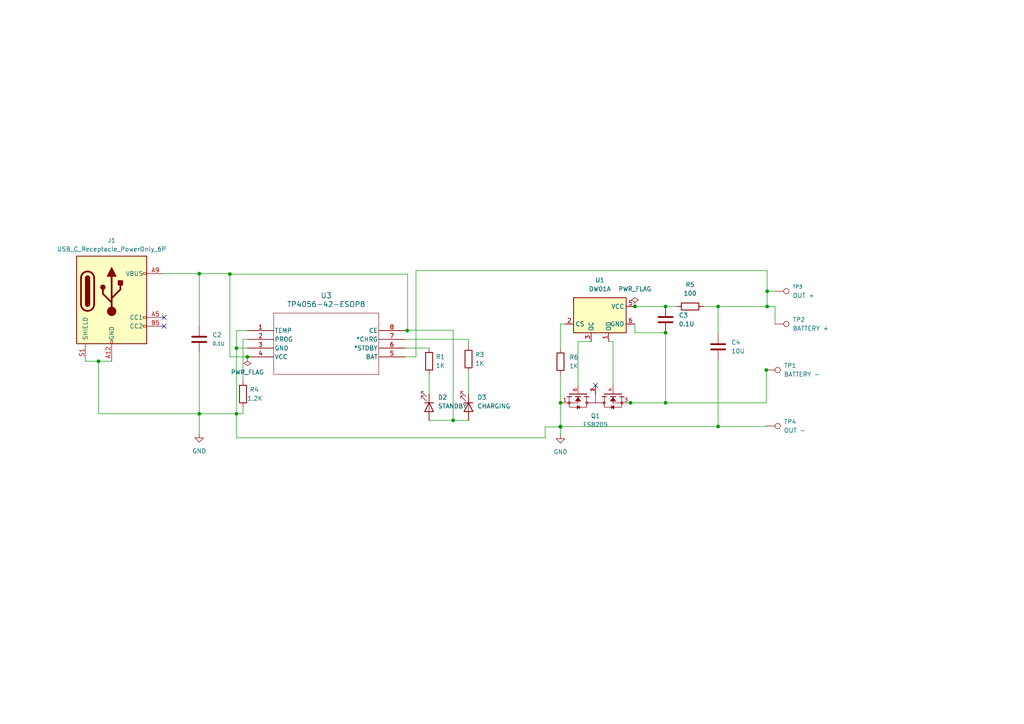
<source format=kicad_sch>
(kicad_sch (version 20231120) (generator "eeschema") (generator_version "8.0")
  (paper "A4")
  (lib_symbols
    (symbol "Battery_Management:DW01A"
      (property "Reference" "U1" (at 0 10.16 0))
      (property "Value" "DW01A" (at 0 7.62 0))
      (symbol "DW01A_0_1"
        (pin output line (at -2.54 -7.62 90) (length 2.54) (name "OD") (number "1"))
        (pin input line (at 10.16 -2.54 180) (length 2.54) (name "CS") (number "2"))
        (pin output line (at 2.54 -7.62 90) (length 2.54) (name "OC") (number "3"))
        (pin power_in line (at -10.16 2.54 0) (length 2.54) (name "VCC") (number "5"))
      )
      (symbol "DW01A_1_1"
        (rectangle (start -7.62 5.08) (end 7.62 -5.08) (stroke (width 0.254)) (fill (type background)))
        (pin no_connect line (at 10.16 2.54 180) (length 2.54) hide (name "TD") (number "4"))
        (pin power_out line (at -10.16 -2.54 0) (length 2.54) (name "GND") (number "6"))
      )
    )
    (symbol "Connector:TestPoint" (pin_numbers hide) (pin_names (offset 0.762) hide)
      (property "Reference" "TP" (at 0 6.858 0))
      (property "Value" "TestPoint" (at 0 5.08 0))
      (symbol "TestPoint_0_1"
        (circle (center 0 3.302) (radius 0.762))
      )
      (symbol "TestPoint_1_1"
        (pin passive line (at 0 0 90) (length 2.54) (name "1") (number "1"))
      )
    )
    (symbol "Connector:USB_C_Receptacle_PowerOnly_6P" (pin_names (offset 1.016))
      (property "Reference" "J" (at 0 16.51 0))
      (property "Value" "USB_C_Receptacle_PowerOnly_6P" (at 0 13.97 0))
      (symbol "USB_C_Receptacle_PowerOnly_6P_0_0"
        (rectangle (start -0.254 -12.7) (end 0.254 -11.684))
        (rectangle (start 10.16 -7.366) (end 9.144 -7.874))
        (rectangle (start 10.16 -4.826) (end 9.144 -5.334))
        (rectangle (start 10.16 7.874) (end 9.144 7.366))
      )
      (symbol "USB_C_Receptacle_PowerOnly_6P_0_1"
        (rectangle (start -10.16 12.7) (end 10.16 -12.7) (stroke (width 0.254)) (fill (type background)))
        (arc (start -8.89 -1.27) (mid -6.985 -3.1667) (end -5.08 -1.27) (stroke (width 0.508)))
        (arc (start -7.62 -1.27) (mid -6.985 -1.9023) (end -6.35 -1.27) (stroke (width 0.254)))
        (arc (start -7.62 -1.27) (mid -6.985 -1.9023) (end -6.35 -1.27) (stroke (width 0.254)) (fill (type outline)))
        (rectangle (start -7.62 -1.27) (end -6.35 6.35) (stroke (width 0.254)) (fill (type outline)))
        (arc (start -6.35 6.35) (mid -6.985 6.9823) (end -7.62 6.35) (stroke (width 0.254)))
        (arc (start -6.35 6.35) (mid -6.985 6.9823) (end -7.62 6.35) (stroke (width 0.254)) (fill (type outline)))
        (arc (start -5.08 6.35) (mid -6.985 8.2467) (end -8.89 6.35) (stroke (width 0.508)))
        (circle (center -2.54 3.683) (radius 0.635) (stroke (width 0.254)) (fill (type outline)))
        (circle (center 0 -3.302) (radius 1.27) (fill (type outline)))
        (polyline (pts (xy -8.89 -1.27) (xy -8.89 6.35)) (stroke (width 0.508)))
        (polyline (pts (xy -5.08 6.35) (xy -5.08 -1.27)) (stroke (width 0.508)))
        (polyline (pts (xy 0 -3.302) (xy 0 6.858)) (stroke (width 0.508)))
        (polyline (pts (xy 0 -0.762) (xy -2.54 1.778) (xy -2.54 3.048)) (stroke (width 0.508)))
        (polyline (pts (xy 0 0.508) (xy 2.54 3.048) (xy 2.54 4.318)) (stroke (width 0.508)))
        (polyline (pts (xy -1.27 6.858) (xy 0 9.398) (xy 1.27 6.858) (xy -1.27 6.858)) (stroke (width 0.254)) (fill (type outline)))
        (rectangle (start 1.905 4.318) (end 3.175 5.588) (stroke (width 0.254)) (fill (type outline)))
      )
      (symbol "USB_C_Receptacle_PowerOnly_6P_1_1"
        (pin passive line (at 0 -17.78 90) (length 5.08) (name "GND") (number "A12"))
        (pin bidirectional line (at 15.24 -5.08 180) (length 5.08) (name "CC1") (number "A5"))
        (pin passive line (at 15.24 7.62 180) (length 5.08) (name "VBUS") (number "A9"))
        (pin passive line (at 0 -17.78 90) (length 5.08) hide (name "GND") (number "B12"))
        (pin bidirectional line (at 15.24 -7.62 180) (length 5.08) (name "CC2") (number "B5"))
        (pin passive line (at 15.24 7.62 180) (length 5.08) hide (name "VBUS") (number "B9"))
        (pin passive line (at -7.62 -17.78 90) (length 5.08) (name "SHIELD") (number "S1"))
      )
    )
    (symbol "Device:C" (pin_numbers hide) (pin_names (offset 0.254))
      (property "Reference" "C" (at 0.635 2.54 0))
      (property "Value" "C" (at 0.635 -2.54 0))
      (symbol "C_0_1"
        (polyline (pts (xy -2.032 -0.762) (xy 2.032 -0.762)) (stroke (width 0.508)))
        (polyline (pts (xy -2.032 0.762) (xy 2.032 0.762)) (stroke (width 0.508)))
      )
      (symbol "C_1_1"
        (pin passive line (at 0 3.81 270) (length 2.794) (name "~") (number "1"))
        (pin passive line (at 0 -3.81 90) (length 2.794) (name "~") (number "2"))
      )
    )
    (symbol "Device:LED" (pin_numbers hide) (pin_names (offset 1.016) hide)
      (property "Reference" "D" (at 0 2.54 0))
      (property "Value" "LED" (at 0 -2.54 0))
      (symbol "LED_0_1"
        (polyline (pts (xy -1.27 -1.27) (xy -1.27 1.27)) (stroke (width 0.254)))
        (polyline (pts (xy -1.27 0) (xy 1.27 0)))
        (polyline (pts (xy 1.27 -1.27) (xy 1.27 1.27) (xy -1.27 0) (xy 1.27 -1.27)) (stroke (width 0.254)))
        (polyline (pts (xy -3.048 -0.762) (xy -4.572 -2.286) (xy -3.81 -2.286) (xy -4.572 -2.286) (xy -4.572 -1.524)))
        (polyline (pts (xy -1.778 -0.762) (xy -3.302 -2.286) (xy -2.54 -2.286) (xy -3.302 -2.286) (xy -3.302 -1.524)))
      )
      (symbol "LED_1_1"
        (pin passive line (at -3.81 0 0) (length 2.54) (name "K") (number "1"))
        (pin passive line (at 3.81 0 180) (length 2.54) (name "A") (number "2"))
      )
    )
    (symbol "Device:R" (pin_numbers hide) (pin_names (offset 0))
      (property "Reference" "R" (at 2.032 0 90))
      (property "Value" "R" (at 0 0 90))
      (symbol "R_0_1"
        (rectangle (start -1.016 -2.54) (end 1.016 2.54) (stroke (width 0.254)))
      )
      (symbol "R_1_1"
        (pin passive line (at 0 3.81 270) (length 1.27) (name "~") (number "1"))
        (pin passive line (at 0 -3.81 90) (length 1.27) (name "~") (number "2"))
      )
    )
    (symbol "FS8205A:FS8205" (pin_names (offset 1.016))
      (property "Reference" "Q" (at 2.54 2.286 0))
      (property "Value" "FS8205" (at 2.54 -2.032 0))
      (symbol "FS8205_0_0"
        (circle (center 0 -7.62) (radius 0.3592))
        (circle (center 0 -2.54) (radius 0.3592))
        (polyline (pts (xy -2.54 -2.54) (xy -2.54 -7.62)) (stroke (width 0.254)))
        (polyline (pts (xy -2.54 0) (xy 0 0)) (stroke (width 0.1524)))
        (polyline (pts (xy -2.54 2.54) (xy -2.54 7.62)) (stroke (width 0.254)))
        (polyline (pts (xy -1.778 -7.62) (xy -1.778 -8.255)) (stroke (width 0.254)))
        (polyline (pts (xy -1.778 -6.985) (xy -1.778 -7.62)) (stroke (width 0.254)))
        (polyline (pts (xy -1.778 -5.08) (xy -1.778 -5.842)) (stroke (width 0.254)))
        (polyline (pts (xy -1.778 -5.08) (xy 0 -5.08)) (stroke (width 0.1524)))
        (polyline (pts (xy -1.778 -4.318) (xy -1.778 -5.08)) (stroke (width 0.254)))
        (polyline (pts (xy -1.778 -2.54) (xy -1.778 -3.175)) (stroke (width 0.254)))
        (polyline (pts (xy -1.778 -2.54) (xy 0 -2.54)) (stroke (width 0.1524)))
        (polyline (pts (xy -1.778 -1.905) (xy -1.778 -2.54)) (stroke (width 0.254)))
        (polyline (pts (xy -1.778 1.905) (xy -1.778 2.54)) (stroke (width 0.254)))
        (polyline (pts (xy -1.778 2.54) (xy -1.778 3.175)) (stroke (width 0.254)))
        (polyline (pts (xy -1.778 2.54) (xy 0 2.54)) (stroke (width 0.1524)))
        (polyline (pts (xy -1.778 4.318) (xy -1.778 5.08)) (stroke (width 0.254)))
        (polyline (pts (xy -1.778 5.08) (xy -1.778 5.842)) (stroke (width 0.254)))
        (polyline (pts (xy -1.778 5.08) (xy 0 5.08)) (stroke (width 0.1524)))
        (polyline (pts (xy -1.778 6.985) (xy -1.778 7.62)) (stroke (width 0.254)))
        (polyline (pts (xy -1.778 7.62) (xy -1.778 8.255)) (stroke (width 0.254)))
        (polyline (pts (xy 0 -7.62) (xy -1.778 -7.62)) (stroke (width 0.1524)))
        (polyline (pts (xy 0 -7.62) (xy 1.27 -7.62)) (stroke (width 0.1524)))
        (polyline (pts (xy 0 -5.08) (xy 0 -7.62)) (stroke (width 0.1524)))
        (polyline (pts (xy 0 -2.54) (xy 1.27 -2.54)) (stroke (width 0.1524)))
        (polyline (pts (xy 0 0) (xy 0 -2.54)) (stroke (width 0.1778)))
        (polyline (pts (xy 0 2.54) (xy 0 0)) (stroke (width 0.1778)))
        (polyline (pts (xy 0 2.54) (xy 1.27 2.54)) (stroke (width 0.1524)))
        (polyline (pts (xy 0 5.08) (xy 0 7.62)) (stroke (width 0.1524)))
        (polyline (pts (xy 0 7.62) (xy -1.778 7.62)) (stroke (width 0.1524)))
        (polyline (pts (xy 0 7.62) (xy 1.27 7.62)) (stroke (width 0.1524)))
        (polyline (pts (xy 1.27 -4.572) (xy 0.762 -4.572)) (stroke (width 0.1524)))
        (polyline (pts (xy 1.27 -4.572) (xy 1.27 -7.62)) (stroke (width 0.1524)))
        (polyline (pts (xy 1.27 -2.54) (xy 1.27 -4.572)) (stroke (width 0.1524)))
        (polyline (pts (xy 1.27 2.54) (xy 1.27 4.572)) (stroke (width 0.1524)))
        (polyline (pts (xy 1.27 4.572) (xy 0.762 4.572)) (stroke (width 0.1524)))
        (polyline (pts (xy 1.27 4.572) (xy 1.27 7.62)) (stroke (width 0.1524)))
        (polyline (pts (xy 1.778 -4.572) (xy 1.27 -4.572)) (stroke (width 0.1524)))
        (polyline (pts (xy 1.778 4.572) (xy 1.27 4.572)) (stroke (width 0.1524)))
        (polyline (pts (xy -1.524 -5.08) (xy -0.508 -4.318) (xy -0.508 -5.842) (xy -1.524 -5.08)) (stroke (width 0.1524)) (fill (type outline)))
        (polyline (pts (xy -1.524 5.08) (xy -0.508 4.318) (xy -0.508 5.842) (xy -1.524 5.08)) (stroke (width 0.1524)) (fill (type outline)))
        (polyline (pts (xy 1.27 -4.572) (xy 0.762 -5.334) (xy 1.778 -5.334) (xy 1.27 -4.572)) (stroke (width 0.1524)) (fill (type outline)))
        (polyline (pts (xy 1.27 4.572) (xy 0.762 5.334) (xy 1.778 5.334) (xy 1.27 4.572)) (stroke (width 0.1524)) (fill (type outline)))
        (circle (center 0 2.54) (radius 0.3592))
        (circle (center 0 7.62) (radius 0.3592))
        (pin passive line (at 0 -10.16 90) (length 2.54) (name "~") (number "1"))
        (pin passive line (at -5.08 0 0) (length 2.54) (name "~") (number "2"))
        (pin passive line (at 0 10.16 270) (length 2.54) (name "~") (number "3"))
        (pin passive line (at -5.08 5.08 0) (length 2.54) (name "~") (number "4"))
        (pin passive line (at -5.08 0 0) (length 2.54) (name "~") (number "5"))
        (pin passive line (at -5.08 -5.08 0) (length 2.54) (name "~") (number "6"))
      )
    )
    (symbol "TP4056:TP4056-42-ESOP8" (pin_names (offset 0.254))
      (property "Reference" "U" (at 22.86 10.16 0))
      (property "Value" "TP4056-42-ESOP8" (at 22.86 7.62 0))
      (symbol "TP4056-42-ESOP8_0_1"
        (polyline (pts (xy 7.62 -12.7) (xy 38.1 -12.7)) (stroke (width 0.127)))
        (polyline (pts (xy 7.62 5.08) (xy 7.62 -12.7)) (stroke (width 0.127)))
        (polyline (pts (xy 38.1 -12.7) (xy 38.1 5.08)) (stroke (width 0.127)))
        (polyline (pts (xy 38.1 5.08) (xy 7.62 5.08)) (stroke (width 0.127)))
        (pin unspecified line (at 0 0 0) (length 7.62) (name "TEMP") (number "1"))
        (pin unspecified line (at 0 -2.54 0) (length 7.62) (name "PROG") (number "2"))
        (pin power_out line (at 0 -5.08 0) (length 7.62) (name "GND") (number "3"))
        (pin power_in line (at 0 -7.62 0) (length 7.62) (name "VCC") (number "4"))
        (pin unspecified line (at 45.72 -7.62 180) (length 7.62) (name "BAT") (number "5"))
        (pin unspecified line (at 45.72 -5.08 180) (length 7.62) (name "*STDBY") (number "6"))
        (pin unspecified line (at 45.72 -2.54 180) (length 7.62) (name "*CHRG") (number "7"))
        (pin unspecified line (at 45.72 0 180) (length 7.62) (name "CE") (number "8"))
      )
    )
    (symbol "power:GND" (power) (pin_numbers hide) (pin_names (offset 0) hide)
      (property "Value" "GND" (at 0 -3.81 0))
      (symbol "GND_0_1"
        (polyline (pts (xy 0 0) (xy 0 -1.27) (xy 1.27 -1.27) (xy 0 -2.54) (xy -1.27 -1.27) (xy 0 -1.27)))
      )
      (symbol "GND_1_1"
        (pin power_in line (at 0 0 270) (length 0) (name "~") (number "1"))
      )
    )
    (symbol "power:PWR_FLAG" (power) (pin_numbers hide) (pin_names (offset 0) hide)
      (property "Value" "PWR_FLAG" (at 0 3.81 0))
      (symbol "PWR_FLAG_0_0"
        (pin power_out line (at 0 0 90) (length 0) (name "~") (number "1"))
      )
      (symbol "PWR_FLAG_0_1"
        (polyline (pts (xy 0 0) (xy 0 1.27) (xy -1.016 1.905) (xy 0 2.54) (xy 1.016 1.905) (xy 0 1.27)))
      )
    )
  )
  (junction (at 68.58 100.965))
  (junction (at 162.56 123.825))
  (junction (at 208.28 123.698))
  (junction (at 193.04 88.9))
  (junction (at 162.56 116.84))
  (junction (at 131.445 121.92))
  (junction (at 71.755 103.505))
  (junction (at 222.25 107.315))
  (junction (at 66.675 79.502))
  (junction (at 57.785 120.015))
  (junction (at 182.88 116.84))
  (junction (at 57.785 79.375))
  (junction (at 68.58 120.015))
  (junction (at 193.04 96.52))
  (junction (at 28.575 104.775))
  (junction (at 193.04 116.84))
  (junction (at 222.504 84.455))
  (junction (at 222.504 88.9))
  (junction (at 162.56 123.698))
  (junction (at 208.28 88.9))
  (junction (at 118.11 95.885))
  (junction (at 184.15 88.9))
  (no_connect (at 172.72 111.76))
  (no_connect (at 47.625 92.075))
  (no_connect (at 47.625 94.615))
  (wire (pts (xy 193.04 116.84) (xy 222.25 116.84)))
  (wire (pts (xy 118.11 95.758) (xy 131.445 95.758)))
  (wire (pts (xy 28.575 104.775) (xy 32.385 104.775)))
  (wire (pts (xy 193.04 96.52) (xy 193.04 116.84)))
  (wire (pts (xy 222.25 107.188) (xy 222.25 107.315)))
  (wire (pts (xy 222.25 107.315) (xy 222.25 116.84)))
  (wire (pts (xy 162.56 123.698) (xy 208.28 123.698)))
  (wire (pts (xy 171.45 99.06) (xy 167.64 99.06)))
  (wire (pts (xy 224.79 84.455) (xy 222.504 84.455)))
  (wire (pts (xy 118.11 95.885) (xy 118.11 95.758)))
  (wire (pts (xy 224.79 88.9) (xy 222.504 88.9)))
  (wire (pts (xy 163.83 93.98) (xy 162.56 93.98)))
  (wire (pts (xy 71.755 103.505) (xy 66.675 103.505)))
  (wire (pts (xy 131.445 121.92) (xy 135.89 121.92)))
  (wire (pts (xy 167.64 99.06) (xy 167.64 111.76)))
  (wire (pts (xy 57.785 79.375) (xy 66.675 79.375)))
  (wire (pts (xy 131.445 95.758) (xy 131.445 121.92)))
  (wire (pts (xy 224.79 88.9) (xy 224.79 93.98)))
  (wire (pts (xy 162.56 108.712) (xy 162.56 116.84)))
  (wire (pts (xy 182.372 116.84) (xy 182.88 116.84)))
  (wire (pts (xy 71.755 98.425) (xy 70.485 98.425)))
  (wire (pts (xy 158.115 123.825) (xy 162.56 123.825)))
  (wire (pts (xy 120.65 78.486) (xy 222.504 78.486)))
  (wire (pts (xy 66.675 79.502) (xy 118.237 79.502)))
  (wire (pts (xy 208.28 123.698) (xy 222.25 123.698)))
  (wire (pts (xy 177.8 99.06) (xy 176.53 99.06)))
  (wire (pts (xy 158.115 127) (xy 158.115 123.825)))
  (wire (pts (xy 117.475 95.885) (xy 118.11 95.885)))
  (wire (pts (xy 70.485 98.425) (xy 70.485 110.49)))
  (wire (pts (xy 117.475 98.425) (xy 135.89 98.425)))
  (wire (pts (xy 222.504 78.486) (xy 222.504 84.455)))
  (wire (pts (xy 68.58 95.885) (xy 68.58 100.965)))
  (wire (pts (xy 57.785 102.235) (xy 57.785 120.015)))
  (wire (pts (xy 182.88 116.84) (xy 193.04 116.84)))
  (wire (pts (xy 66.675 103.505) (xy 66.675 79.502)))
  (wire (pts (xy 135.89 98.425) (xy 135.89 100.33)))
  (wire (pts (xy 68.58 120.65) (xy 68.58 127)))
  (wire (pts (xy 68.58 127) (xy 158.115 127)))
  (wire (pts (xy 68.58 100.965) (xy 71.755 100.965)))
  (wire (pts (xy 57.785 120.015) (xy 57.785 125.73)))
  (wire (pts (xy 162.56 125.984) (xy 162.56 123.825)))
  (wire (pts (xy 118.11 95.885) (xy 118.237 95.885)))
  (wire (pts (xy 135.89 107.95) (xy 135.89 114.3)))
  (wire (pts (xy 47.625 79.375) (xy 57.785 79.375)))
  (wire (pts (xy 196.342 88.9) (xy 193.04 88.9)))
  (wire (pts (xy 124.46 108.585) (xy 124.46 114.3)))
  (wire (pts (xy 57.785 79.375) (xy 57.785 94.615)))
  (wire (pts (xy 184.15 93.98) (xy 184.15 96.52)))
  (wire (pts (xy 57.785 120.015) (xy 28.575 120.015)))
  (wire (pts (xy 184.15 88.9) (xy 193.04 88.9)))
  (wire (pts (xy 117.475 100.965) (xy 124.46 100.965)))
  (wire (pts (xy 118.237 79.502) (xy 118.237 95.885)))
  (wire (pts (xy 208.28 104.394) (xy 208.28 123.698)))
  (wire (pts (xy 117.475 103.505) (xy 120.65 103.505)))
  (wire (pts (xy 203.962 88.9) (xy 208.28 88.9)))
  (wire (pts (xy 120.65 78.486) (xy 120.65 103.505)))
  (wire (pts (xy 70.485 120.015) (xy 68.58 120.015)))
  (wire (pts (xy 222.504 84.455) (xy 222.504 88.9)))
  (wire (pts (xy 184.15 96.52) (xy 193.04 96.52)))
  (wire (pts (xy 162.56 123.825) (xy 162.56 123.698)))
  (wire (pts (xy 208.28 88.9) (xy 222.504 88.9)))
  (wire (pts (xy 28.575 120.015) (xy 28.575 104.775)))
  (wire (pts (xy 162.56 116.84) (xy 162.56 123.698)))
  (wire (pts (xy 124.46 121.92) (xy 131.445 121.92)))
  (wire (pts (xy 57.785 120.015) (xy 68.58 120.015)))
  (wire (pts (xy 66.675 79.502) (xy 66.675 79.375)))
  (wire (pts (xy 70.485 118.11) (xy 70.485 120.015)))
  (wire (pts (xy 71.755 95.885) (xy 68.58 95.885)))
  (wire (pts (xy 162.56 93.98) (xy 162.56 101.092)))
  (wire (pts (xy 208.28 88.9) (xy 208.28 96.774)))
  (wire (pts (xy 222.25 123.571) (xy 222.25 123.698)))
  (wire (pts (xy 24.765 104.775) (xy 28.575 104.775)))
  (wire (pts (xy 68.58 100.965) (xy 68.58 120.015)))
  (wire (pts (xy 177.8 111.76) (xy 177.8 99.06)))
  (symbol (lib_id "Device:R") (at 70.485 114.3 0) (unit 1)
    (property "Reference" "R4" (at 72.39 113.0299 0) (effects (justify left)))
    (property "Value" "1.2K" (at 76.2 115.57 0) (effects (justify right)))
    (property "Footprint" "Resistor_SMD:R_0603_1608Metric_Pad0.98x0.95mm_HandSolder" (effects (hide yes)))
    (property "Description" "Resistor" (effects (hide yes)))
  )
  (symbol (lib_id "Device:C") (at 193.04 92.71 0) (unit 1)
    (property "Reference" "C3" (at 196.85 91.4399 0) (effects (justify left)))
    (property "Value" "0.1U" (at 196.85 93.9799 0) (effects (justify left)))
    (property "Footprint" "Capacitor_SMD:C_0603_1608Metric_Pad1.08x0.95mm_HandSolder" (effects (hide yes)))
    (property "Description" "Unpolarized capacitor" (effects (hide yes)))
  )
  (symbol (lib_id "power:GND") (at 57.785 125.73 0) (unit 1)
    (property "Reference" "#PWR01" (effects (hide yes)))
    (property "Value" "GND" (at 57.785 130.81 0))
    (property "Description" "Power symbol creates a global label with name \"GND\" , ground" (effects (hide yes)))
  )
  (symbol (lib_id "Device:R") (at 200.152 88.9 270) (unit 1)
    (property "Reference" "R5" (at 200.152 82.55 90))
    (property "Value" "100" (at 200.152 85.09 90))
    (property "Footprint" "Resistor_SMD:R_0603_1608Metric_Pad0.98x0.95mm_HandSolder" (effects (hide yes)))
    (property "Description" "Resistor" (effects (hide yes)))
  )
  (symbol (lib_id "Device:C") (at 57.785 98.425 0) (unit 1)
    (property "Reference" "C2" (at 61.595 97.1549 0) (effects (justify left)))
    (property "Value" "0.1U" (at 61.595 99.695 0) (effects (font (size 1 1)) (justify left)))
    (property "Footprint" "Capacitor_SMD:C_0603_1608Metric_Pad1.08x0.95mm_HandSolder" (effects (hide yes)))
    (property "Description" "Unpolarized capacitor" (effects (hide yes)))
  )
  (symbol (lib_id "Battery_Management:DW01A") (at 173.99 91.44 0) (mirror y) (unit 1)
    (property "Reference" "U1" (at 173.99 81.28 0))
    (property "Value" "DW01A" (at 173.99 83.82 0))
    (property "Footprint" "Package_TO_SOT_SMD:SOT-23-6" (effects (hide yes)))
    (property "Datasheet" "https://hmsemi.com/downfile/DW01A.PDF" (effects (hide yes)))
    (property "Description" "Overcharge, overcurrent and overdischarge protection IC for single cell lithium-ion/polymer battery" (effects (hide yes)))
  )
  (symbol (lib_id "Connector:TestPoint") (at 224.79 93.98 270) (unit 1)
    (property "Reference" "TP2" (at 229.87 92.7099 90) (effects (justify left)))
    (property "Value" "BATTERY +" (at 229.87 95.2499 90) (effects (justify left)))
    (property "Footprint" "TestPoint:TestPoint_Pad_1.0x1.0mm" (effects (hide yes)))
    (property "Description" "test point" (effects (hide yes)))
  )
  (symbol (lib_id "Device:LED") (at 135.89 118.11 270) (unit 1)
    (property "Reference" "D3" (at 138.43 115.2524 90) (effects (justify left)))
    (property "Value" "CHARGING" (at 138.43 117.7924 90) (effects (justify left)))
    (property "Footprint" "LED_SMD:LED_0603_1608Metric" (effects (hide yes)))
    (property "Description" "Light emitting diode" (effects (hide yes)))
  )
  (symbol (lib_id "power:GND") (at 162.56 125.984 0) (unit 1)
    (property "Reference" "#PWR02" (effects (hide yes)))
    (property "Value" "GND" (at 162.56 131.064 0))
    (property "Description" "Power symbol creates a global label with name \"GND\" , ground" (effects (hide yes)))
  )
  (symbol (lib_id "Connector:TestPoint") (at 222.25 123.571 270) (unit 1)
    (property "Reference" "TP4" (at 227.33 122.3009 90) (effects (justify left)))
    (property "Value" "OUT -" (at 227.33 124.8409 90) (effects (justify left)))
    (property "Footprint" "TestPoint:TestPoint_Pad_1.0x1.0mm" (effects (hide yes)))
    (property "Description" "test point" (effects (hide yes)))
  )
  (symbol (lib_id "TP4056:TP4056-42-ESOP8") (at 71.755 95.885 0) (unit 1)
    (property "Reference" "U3" (at 94.615 85.725 0) (effects (font (size 1.524 1.524))))
    (property "Value" "TP4056-42-ESOP8" (at 94.615 88.265 0) (effects (font (size 1.524 1.524))))
    (property "Footprint" "TP4056:TP4056-42-ESOP8_TPW" (effects (hide yes)))
    (property "Datasheet" "TP4056-42-ESOP8" (effects (hide yes)))
  )
  (symbol (lib_id "power:PWR_FLAG") (at 184.15 88.9 0) (unit 1)
    (property "Reference" "#FLG01" (effects (hide yes)))
    (property "Value" "PWR_FLAG" (at 184.15 83.82 0))
    (property "Description" "Special symbol for telling ERC where power comes from" (effects (hide yes)))
  )
  (symbol (lib_id "Device:R") (at 162.56 104.902 0) (unit 1)
    (property "Reference" "R6" (at 165.1 103.6319 0) (effects (justify left)))
    (property "Value" "1K" (at 165.1 106.1719 0) (effects (justify left)))
    (property "Footprint" "Capacitor_SMD:C_0603_1608Metric_Pad1.08x0.95mm_HandSolder" (effects (hide yes)))
    (property "Description" "Resistor" (effects (hide yes)))
  )
  (symbol (lib_id "Device:R") (at 135.89 104.14 0) (unit 1)
    (property "Reference" "R3" (at 137.795 102.8699 0) (effects (justify left)))
    (property "Value" "1K" (at 137.795 105.4099 0) (effects (justify left)))
    (property "Footprint" "Resistor_SMD:R_0603_1608Metric_Pad0.98x0.95mm_HandSolder" (effects (hide yes)))
    (property "Description" "Resistor" (effects (hide yes)))
  )
  (symbol (lib_id "power:PWR_FLAG") (at 71.755 103.505 180) (unit 1)
    (property "Reference" "#FLG02" (effects (hide yes)))
    (property "Value" "PWR_FLAG" (at 71.755 107.95 0))
    (property "Description" "Special symbol for telling ERC where power comes from" (effects (hide yes)))
  )
  (symbol (lib_id "Connector:USB_C_Receptacle_PowerOnly_6P") (at 32.385 86.995 0) (unit 1)
    (property "Reference" "J1" (at 32.385 69.723 0))
    (property "Value" "USB_C_Receptacle_PowerOnly_6P" (at 32.385 72.263 0))
    (property "Footprint" "Connector_USB:USB_C_Receptacle_GCT_USB4135-GF-A_6P_TopMnt_Horizontal" (effects (hide yes)))
    (property "Datasheet" "https://www.usb.org/sites/default/files/documents/usb_type-c.zip" (effects (hide yes)))
    (property "Description" "USB Power-Only 6P Type-C Receptacle connector" (effects (hide yes)))
  )
  (symbol (lib_id "FS8205A:FS8205") (at 172.72 116.84 270) (unit 1)
    (property "Reference" "Q1" (at 172.72 120.65 90))
    (property "Value" "FS8205" (at 172.72 123.19 90))
    (property "Footprint" "FS8205A:SOT95P280X145-6N" (effects (hide yes)))
    (property "MF" "Fortune Semiconductor" (effects (hide yes)))
    (property "MAXIMUM_PACKAGE_HEIGHT" "1.45mm" (effects (hide yes)))
    (property "Package" "Package" (effects (hide yes)))
    (property "Price" "None" (effects (hide yes)))
    (property "Check_prices" "https://www.snapeda.com/parts/FS8205/Fortune+Semiconductor/view-part/?ref=eda" (effects (hide yes)))
    (property "STANDARD" "IPC-7351B" (effects (hide yes)))
    (property "PARTREV" "1.9" (effects (hide yes)))
    (property "SnapEDA_Link" "https://www.snapeda.com/parts/FS8205/Fortune+Semiconductor/view-part/?ref=snap" (effects (hide yes)))
    (property "MP" "FS8205" (effects (hide yes)))
    (property "Description_1" "\n                        \n                            Dual N-Channel Enhancement Mode Power MOSFET\n                        \n" (effects (hide yes)))
    (property "Availability" "In Stock" (effects (hide yes)))
    (property "MANUFACTURER" "Fortune" (effects (hide yes)))
  )
  (symbol (lib_id "Device:C") (at 208.28 100.584 0) (unit 1)
    (property "Reference" "C4" (at 212.09 99.3139 0) (effects (justify left)))
    (property "Value" "10U" (at 212.09 101.8539 0) (effects (justify left)))
    (property "Footprint" "Capacitor_SMD:C_0603_1608Metric_Pad1.08x0.95mm_HandSolder" (effects (hide yes)))
    (property "Description" "Unpolarized capacitor" (effects (hide yes)))
  )
  (symbol (lib_id "Device:R") (at 124.46 104.775 0) (unit 1)
    (property "Reference" "R1" (at 126.365 103.5049 0) (effects (justify left)))
    (property "Value" "1K" (at 126.365 106.0449 0) (effects (justify left)))
    (property "Footprint" "Resistor_SMD:R_0603_1608Metric_Pad0.98x0.95mm_HandSolder" (effects (hide yes)))
    (property "Description" "Resistor" (effects (hide yes)))
  )
  (symbol (lib_id "Connector:TestPoint") (at 222.25 107.315 270) (unit 1)
    (property "Reference" "TP1" (at 227.33 106.0449 90) (effects (justify left)))
    (property "Value" "BATTERY -" (at 227.33 108.5849 90) (effects (justify left)))
    (property "Footprint" "TestPoint:TestPoint_Pad_1.0x1.0mm" (effects (hide yes)))
    (property "Description" "test point" (effects (hide yes)))
  )
  (symbol (lib_id "Device:LED") (at 124.46 118.11 270) (unit 1)
    (property "Reference" "D2" (at 127 115.2524 90) (effects (justify left)))
    (property "Value" "STANDBY" (at 127 117.7924 90) (effects (justify left)))
    (property "Footprint" "LED_SMD:LED_0603_1608Metric" (effects (hide yes)))
    (property "Description" "Light emitting diode" (effects (hide yes)))
  )
  (symbol (lib_id "Connector:TestPoint") (at 224.79 84.455 270) (unit 1)
    (property "Reference" "TP3" (at 229.87 83.185 90) (effects (font (size 1 1)) (justify left)))
    (property "Value" "OUT +" (at 229.87 85.7249 90) (effects (justify left)))
    (property "Footprint" "TestPoint:TestPoint_Pad_1.0x1.0mm" (effects (hide yes)))
    (property "Description" "test point" (effects (hide yes)))
  )
)
</source>
